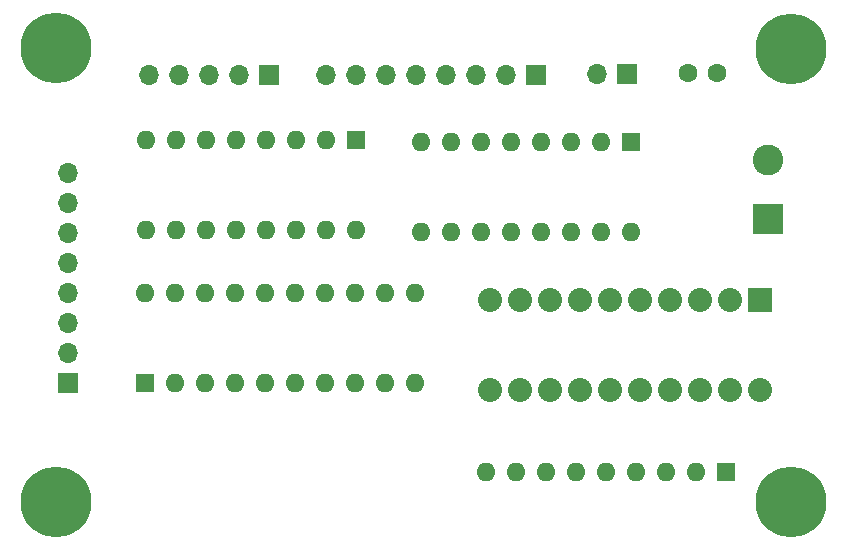
<source format=gbr>
%TF.GenerationSoftware,KiCad,Pcbnew,(5.1.9-0-10_14)*%
%TF.CreationDate,2021-06-13T16:28:19-04:00*%
%TF.ProjectId,COUNTER,434f554e-5445-4522-9e6b-696361645f70,rev?*%
%TF.SameCoordinates,Original*%
%TF.FileFunction,Soldermask,Bot*%
%TF.FilePolarity,Negative*%
%FSLAX46Y46*%
G04 Gerber Fmt 4.6, Leading zero omitted, Abs format (unit mm)*
G04 Created by KiCad (PCBNEW (5.1.9-0-10_14)) date 2021-06-13 16:28:19*
%MOMM*%
%LPD*%
G01*
G04 APERTURE LIST*
%ADD10O,1.700000X1.700000*%
%ADD11R,1.700000X1.700000*%
%ADD12C,0.800000*%
%ADD13C,6.000000*%
%ADD14O,1.600000X1.600000*%
%ADD15R,1.600000X1.600000*%
%ADD16C,2.032000*%
%ADD17R,2.032000X2.032000*%
%ADD18C,2.600000*%
%ADD19R,2.600000X2.600000*%
%ADD20C,1.600000*%
G04 APERTURE END LIST*
D10*
%TO.C,J22*%
X88135500Y-36806000D03*
X90675500Y-36806000D03*
X93215500Y-36806000D03*
X95755500Y-36806000D03*
D11*
X98295500Y-36806000D03*
%TD*%
D12*
%TO.C,REF\u002A\u002A*%
X144082490Y-71427510D03*
X142491500Y-70768500D03*
X140900510Y-71427510D03*
X140241500Y-73018500D03*
X140900510Y-74609490D03*
X142491500Y-75268500D03*
X144082490Y-74609490D03*
X144741500Y-73018500D03*
D13*
X142491500Y-73018500D03*
%TD*%
%TO.C,REF\u002A\u002A*%
X80191500Y-73008500D03*
D12*
X82441500Y-73008500D03*
X81782490Y-74599490D03*
X80191500Y-75258500D03*
X78600510Y-74599490D03*
X77941500Y-73008500D03*
X78600510Y-71417510D03*
X80191500Y-70758500D03*
X81782490Y-71417510D03*
%TD*%
D13*
%TO.C,REF\u002A\u002A*%
X142461500Y-34608500D03*
D12*
X144711500Y-34608500D03*
X144052490Y-36199490D03*
X142461500Y-36858500D03*
X140870510Y-36199490D03*
X140211500Y-34608500D03*
X140870510Y-33017510D03*
X142461500Y-32358500D03*
X144052490Y-33017510D03*
%TD*%
%TO.C,REF\u002A\u002A*%
X81782490Y-32957510D03*
X80191500Y-32298500D03*
X78600510Y-32957510D03*
X77941500Y-34548500D03*
X78600510Y-36139490D03*
X80191500Y-36798500D03*
X81782490Y-36139490D03*
X82441500Y-34548500D03*
D13*
X80191500Y-34548500D03*
%TD*%
D14*
%TO.C,RN1*%
X116641500Y-70458500D03*
X119181500Y-70458500D03*
X121721500Y-70458500D03*
X124261500Y-70458500D03*
X126801500Y-70458500D03*
X129341500Y-70458500D03*
X131881500Y-70458500D03*
X134421500Y-70458500D03*
D15*
X136961500Y-70458500D03*
%TD*%
D16*
%TO.C,BAR1*%
X139871500Y-63498500D03*
X137331500Y-63498500D03*
X134791500Y-63498500D03*
X132251500Y-63498500D03*
X119551500Y-55878500D03*
X117011500Y-55878500D03*
X117011500Y-63498500D03*
X119551500Y-63498500D03*
X122091500Y-55878500D03*
X124631500Y-55878500D03*
X127171500Y-55878500D03*
X129711500Y-55878500D03*
X129711500Y-63498500D03*
X127171500Y-63498500D03*
X124631500Y-63498500D03*
X122091500Y-63498500D03*
X132251500Y-55878500D03*
X134791500Y-55878500D03*
X137331500Y-55878500D03*
D17*
X139871500Y-55878500D03*
%TD*%
D18*
%TO.C,J1*%
X140471500Y-43998500D03*
D19*
X140471500Y-48998500D03*
%TD*%
D10*
%TO.C,J23*%
X103121500Y-36806000D03*
X105661500Y-36806000D03*
X108201500Y-36806000D03*
X110741500Y-36806000D03*
X113281500Y-36806000D03*
X115821500Y-36806000D03*
X118361500Y-36806000D03*
D11*
X120901500Y-36806000D03*
%TD*%
D10*
%TO.C,J24*%
X81244000Y-45168500D03*
X81244000Y-47708500D03*
X81244000Y-50248500D03*
X81244000Y-52788500D03*
X81244000Y-55328500D03*
X81244000Y-57868500D03*
X81244000Y-60408500D03*
D11*
X81244000Y-62948500D03*
%TD*%
D14*
%TO.C,U14*%
X128936000Y-50101500D03*
X111156000Y-42481500D03*
X126396000Y-50101500D03*
X113696000Y-42481500D03*
X123856000Y-50101500D03*
X116236000Y-42481500D03*
X121316000Y-50101500D03*
X118776000Y-42481500D03*
X118776000Y-50101500D03*
X121316000Y-42481500D03*
X116236000Y-50101500D03*
X123856000Y-42481500D03*
X113696000Y-50101500D03*
X126396000Y-42481500D03*
X111156000Y-50101500D03*
D15*
X128936000Y-42481500D03*
%TD*%
D14*
%TO.C,U47*%
X87757000Y-55308500D03*
X110617000Y-62928500D03*
X90297000Y-55308500D03*
X108077000Y-62928500D03*
X92837000Y-55308500D03*
X105537000Y-62928500D03*
X95377000Y-55308500D03*
X102997000Y-62928500D03*
X97917000Y-55308500D03*
X100457000Y-62928500D03*
X100457000Y-55308500D03*
X97917000Y-62928500D03*
X102997000Y-55308500D03*
X95377000Y-62928500D03*
X105537000Y-55308500D03*
X92837000Y-62928500D03*
X108077000Y-55308500D03*
X90297000Y-62928500D03*
X110617000Y-55308500D03*
D15*
X87757000Y-62928500D03*
%TD*%
D14*
%TO.C,U12*%
X105664000Y-49974500D03*
X87884000Y-42354500D03*
X103124000Y-49974500D03*
X90424000Y-42354500D03*
X100584000Y-49974500D03*
X92964000Y-42354500D03*
X98044000Y-49974500D03*
X95504000Y-42354500D03*
X95504000Y-49974500D03*
X98044000Y-42354500D03*
X92964000Y-49974500D03*
X100584000Y-42354500D03*
X90424000Y-49974500D03*
X103124000Y-42354500D03*
X87884000Y-49974500D03*
D15*
X105664000Y-42354500D03*
%TD*%
D10*
%TO.C,J10*%
X125989000Y-36719500D03*
D11*
X128529000Y-36719500D03*
%TD*%
D20*
%TO.C,C10*%
X136231500Y-36628500D03*
X133731500Y-36628500D03*
%TD*%
M02*

</source>
